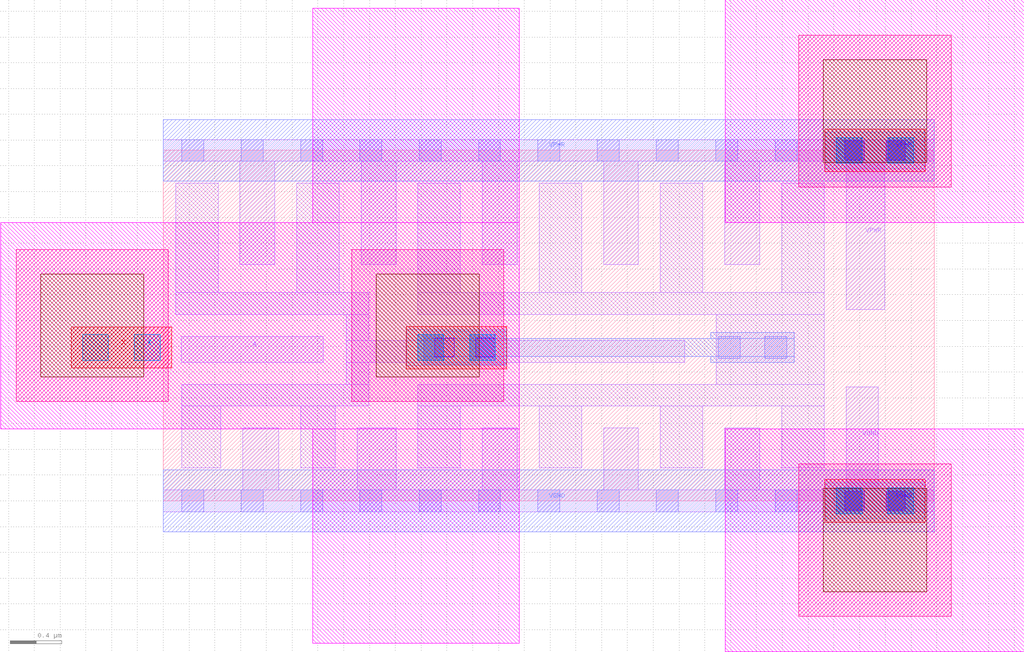
<source format=lef>
# Copyright 2020 The SkyWater PDK Authors
#
# Licensed under the Apache License, Version 2.0 (the "License");
# you may not use this file except in compliance with the License.
# You may obtain a copy of the License at
#
#     https://www.apache.org/licenses/LICENSE-2.0
#
# Unless required by applicable law or agreed to in writing, software
# distributed under the License is distributed on an "AS IS" BASIS,
# WITHOUT WARRANTIES OR CONDITIONS OF ANY KIND, either express or implied.
# See the License for the specific language governing permissions and
# limitations under the License.
#
# SPDX-License-Identifier: Apache-2.0

VERSION 5.7 ;
BUSBITCHARS "[]" ;
DIVIDERCHAR "/" ;
PROPERTYDEFINITIONS
  MACRO maskLayoutSubType STRING ;
  MACRO prCellType STRING ;
  MACRO originalViewName STRING ;
END PROPERTYDEFINITIONS
MACRO sky130_fd_sc_hdll__probec_p_8
  ORIGIN  0.000000  0.000000 ;
  CLASS CORE ;
  SYMMETRY X Y R90 ;
  SIZE  5.980000 BY  2.720000 ;
  SITE unit ;
  PIN A
    ANTENNAGATEAREA  0.832500 ;
    DIRECTION INPUT ;
    USE SIGNAL ;
    PORT
      LAYER li1 ;
        RECT 0.140000 1.075000 1.240000 1.275000 ;
    END
  END A
  PIN VGND
    DIRECTION INPUT ;
    USE SIGNAL ;
    PORT
      LAYER li1 ;
        RECT 0.000000 -0.085000 5.980000 0.085000 ;
        RECT 0.615000  0.085000 0.895000 0.565000 ;
        RECT 1.505000  0.085000 1.805000 0.565000 ;
        RECT 2.475000  0.085000 2.745000 0.565000 ;
        RECT 3.415000  0.085000 3.685000 0.565000 ;
        RECT 4.355000  0.085000 4.625000 0.565000 ;
        RECT 5.295000  0.085000 5.545000 0.885000 ;
      LAYER met1 ;
        RECT 0.000000 -0.240000 5.980000 0.240000 ;
      LAYER via ;
        RECT 5.285000 -0.075000 5.435000 0.075000 ;
        RECT 5.605000 -0.075000 5.755000 0.075000 ;
    END
  END VGND
  PIN VPWR
    DIRECTION INPUT ;
    USE SIGNAL ;
    PORT
      LAYER li1 ;
        RECT 0.000000 2.635000 5.980000 2.805000 ;
        RECT 0.595000 1.835000 0.865000 2.635000 ;
        RECT 1.535000 1.835000 1.805000 2.635000 ;
        RECT 2.475000 1.835000 2.745000 2.635000 ;
        RECT 3.415000 1.835000 3.685000 2.635000 ;
        RECT 4.355000 1.835000 4.625000 2.635000 ;
        RECT 5.295000 1.485000 5.595000 2.635000 ;
      LAYER met1 ;
        RECT 0.000000 2.480000 5.980000 2.960000 ;
      LAYER via ;
        RECT 5.285000 2.645000 5.435000 2.795000 ;
        RECT 5.605000 2.645000 5.755000 2.795000 ;
    END
  END VPWR
  PIN X
    ANTENNADIFFAREA  1.028500 ;
    DIRECTION OUTPUT ;
    USE SIGNAL ;
    PORT
      LAYER met3 ;
        RECT -0.715000 1.030000 0.065000 1.350000 ;
      LAYER via3 ;
        RECT -0.625000 1.090000 -0.425000 1.290000 ;
        RECT -0.225000 1.090000 -0.025000 1.290000 ;
    END
  END X
  OBS
    LAYER li1 ;
      RECT 0.095000 1.445000 1.595000 1.615000 ;
      RECT 0.095000 1.615000 0.425000 2.465000 ;
      RECT 0.145000 0.255000 0.445000 0.735000 ;
      RECT 0.145000 0.735000 1.595000 0.905000 ;
      RECT 1.035000 1.615000 1.365000 2.465000 ;
      RECT 1.065000 0.255000 1.335000 0.735000 ;
      RECT 1.420000 0.905000 1.595000 1.075000 ;
      RECT 1.420000 1.075000 4.045000 1.245000 ;
      RECT 1.420000 1.245000 1.595000 1.445000 ;
      RECT 1.975000 0.255000 2.305000 0.735000 ;
      RECT 1.975000 0.735000 5.125000 0.905000 ;
      RECT 1.975000 1.445000 5.125000 1.615000 ;
      RECT 1.975000 1.615000 2.305000 2.465000 ;
      RECT 2.915000 0.255000 3.245000 0.735000 ;
      RECT 2.915000 1.615000 3.245000 2.465000 ;
      RECT 3.855000 0.255000 4.185000 0.735000 ;
      RECT 3.855000 1.615000 4.185000 2.465000 ;
      RECT 4.290000 0.905000 5.125000 1.445000 ;
      RECT 4.795000 0.255000 5.125000 0.735000 ;
      RECT 4.795000 1.615000 5.125000 2.465000 ;
    LAYER mcon ;
      RECT 0.145000 -0.085000 0.315000 0.085000 ;
      RECT 0.145000  2.635000 0.315000 2.805000 ;
      RECT 0.605000 -0.085000 0.775000 0.085000 ;
      RECT 0.605000  2.635000 0.775000 2.805000 ;
      RECT 1.065000 -0.085000 1.235000 0.085000 ;
      RECT 1.065000  2.635000 1.235000 2.805000 ;
      RECT 1.525000 -0.085000 1.695000 0.085000 ;
      RECT 1.525000  2.635000 1.695000 2.805000 ;
      RECT 1.985000 -0.085000 2.155000 0.085000 ;
      RECT 1.985000  2.635000 2.155000 2.805000 ;
      RECT 2.445000 -0.085000 2.615000 0.085000 ;
      RECT 2.445000  2.635000 2.615000 2.805000 ;
      RECT 2.905000 -0.085000 3.075000 0.085000 ;
      RECT 2.905000  2.635000 3.075000 2.805000 ;
      RECT 3.365000 -0.085000 3.535000 0.085000 ;
      RECT 3.365000  2.635000 3.535000 2.805000 ;
      RECT 3.825000 -0.085000 3.995000 0.085000 ;
      RECT 3.825000  2.635000 3.995000 2.805000 ;
      RECT 4.285000 -0.085000 4.455000 0.085000 ;
      RECT 4.285000  2.635000 4.455000 2.805000 ;
      RECT 4.305000  1.105000 4.475000 1.275000 ;
      RECT 4.665000  1.105000 4.835000 1.275000 ;
      RECT 4.745000 -0.085000 4.915000 0.085000 ;
      RECT 4.745000  2.635000 4.915000 2.805000 ;
      RECT 5.205000 -0.085000 5.375000 0.085000 ;
      RECT 5.205000  2.635000 5.375000 2.805000 ;
      RECT 5.665000 -0.085000 5.835000 0.085000 ;
      RECT 5.665000  2.635000 5.835000 2.805000 ;
    LAYER met1 ;
      RECT 2.020000 1.060000 2.660000 1.120000 ;
      RECT 2.020000 1.120000 4.895000 1.260000 ;
      RECT 2.020000 1.260000 2.660000 1.320000 ;
      RECT 4.245000 1.075000 4.895000 1.120000 ;
      RECT 4.245000 1.260000 4.895000 1.305000 ;
    LAYER met2 ;
      RECT 1.890000  1.050000 2.660000 1.330000 ;
      RECT 5.135000 -0.140000 5.905000 0.140000 ;
      RECT 5.135000  2.580000 5.905000 2.860000 ;
    LAYER met3 ;
      RECT 1.885000  1.025000 2.665000 1.355000 ;
      RECT 5.130000 -0.165000 5.910000 0.165000 ;
      RECT 5.130000  2.555000 5.910000 2.885000 ;
    LAYER met4 ;
      RECT -1.140000  0.770000 0.040000 1.950000 ;
      RECT  1.460000  0.770000 2.640000 1.950000 ;
      RECT  4.930000 -0.895000 6.110000 0.285000 ;
      RECT  4.930000  2.435000 6.110000 3.615000 ;
    LAYER met5 ;
      RECT -1.260000  0.560000 2.760000 2.160000 ;
      RECT  1.160000 -1.105000 2.760000 0.560000 ;
      RECT  1.160000  2.160000 2.760000 3.825000 ;
      RECT  4.360000 -1.170000 6.675000 0.560000 ;
      RECT  4.360000  2.160000 6.675000 3.890000 ;
    LAYER via ;
      RECT 2.105000 1.115000 2.255000 1.265000 ;
      RECT 2.425000 1.115000 2.575000 1.265000 ;
    LAYER via2 ;
      RECT 1.975000  1.090000 2.175000 1.290000 ;
      RECT 2.375000  1.090000 2.575000 1.290000 ;
      RECT 5.220000 -0.100000 5.420000 0.100000 ;
      RECT 5.220000  2.620000 5.420000 2.820000 ;
      RECT 5.620000 -0.100000 5.820000 0.100000 ;
      RECT 5.620000  2.620000 5.820000 2.820000 ;
    LAYER via3 ;
      RECT 1.975000  1.090000 2.175000 1.290000 ;
      RECT 2.375000  1.090000 2.575000 1.290000 ;
      RECT 5.220000 -0.100000 5.420000 0.100000 ;
      RECT 5.220000  2.620000 5.420000 2.820000 ;
      RECT 5.620000 -0.100000 5.820000 0.100000 ;
      RECT 5.620000  2.620000 5.820000 2.820000 ;
    LAYER via4 ;
      RECT -0.950000  0.960000 -0.150000 1.760000 ;
      RECT  1.650000  0.960000  2.450000 1.760000 ;
      RECT  5.120000 -0.705000  5.920000 0.095000 ;
      RECT  5.120000  2.625000  5.920000 3.425000 ;
  END
  PROPERTY maskLayoutSubType "abstract" ;
  PROPERTY prCellType "standard" ;
  PROPERTY originalViewName "layout" ;
END sky130_fd_sc_hdll__probec_p_8

</source>
